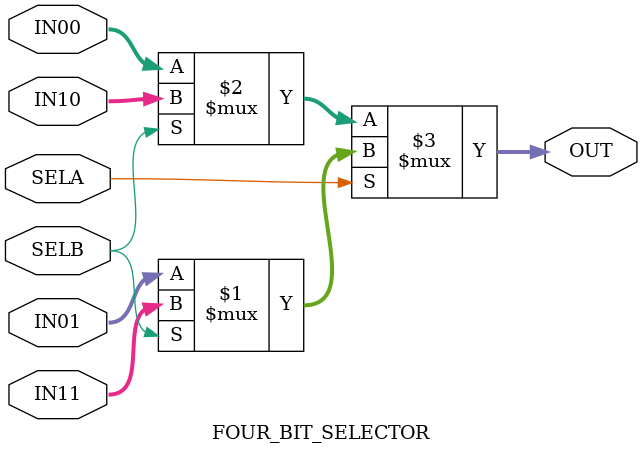
<source format=v>
module FOUR_BIT_SELECTOR(
    input SELA,
    input SELB,
    input [3:0] IN00,
    input [3:0] IN01,
    input [3:0] IN10,
    input [3:0] IN11,
    output [3:0] OUT
);

    assign OUT =  (SELA)? (SELB)? IN11 : IN01 :
                          (SELB)? IN10 : IN00;

endmodule

</source>
